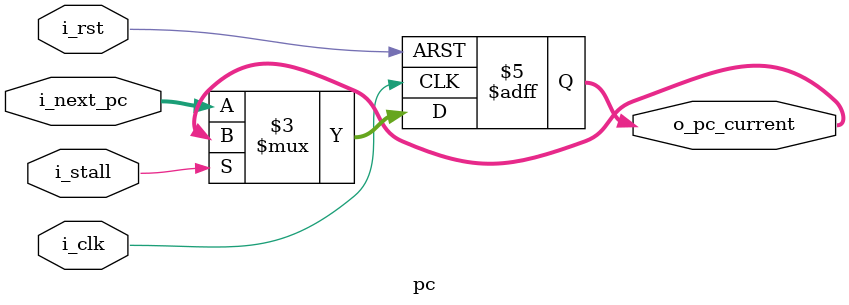
<source format=sv>
module pc(
  input  logic i_clk               , 
  input  logic i_rst              ,
  input  logic i_stall            ,
  input  logic [31:0] i_next_pc    ,
  output logic [31:0] o_pc_current
);

always_ff @(posedge i_clk or posedge i_rst) begin
    if (i_rst)
        o_pc_current <= 32'd0;
    else if (!i_stall)
         o_pc_current <= i_next_pc;
end
endmodule

</source>
